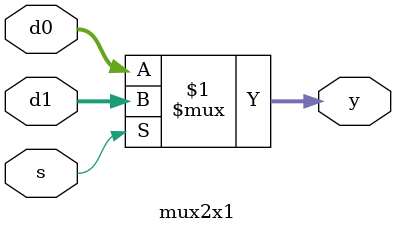
<source format=v>
`timescale 1ns / 1ps
module mux2x1 #(parameter WIDTH=8)
    (input [WIDTH-1:0] d0, d1,
    input s,
    output [WIDTH-1:0] y);
    assign y = s ? d1 : d0;
endmodule

</source>
